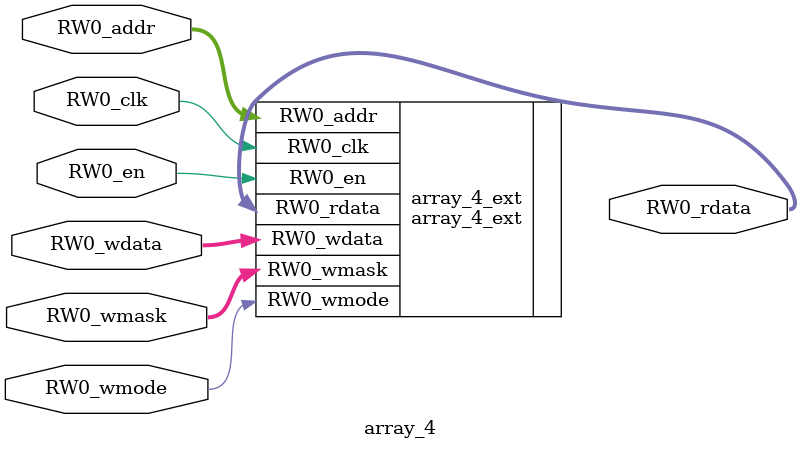
<source format=sv>
`ifndef RANDOMIZE
  `ifdef RANDOMIZE_MEM_INIT
    `define RANDOMIZE
  `endif // RANDOMIZE_MEM_INIT
`endif // not def RANDOMIZE
`ifndef RANDOMIZE
  `ifdef RANDOMIZE_REG_INIT
    `define RANDOMIZE
  `endif // RANDOMIZE_REG_INIT
`endif // not def RANDOMIZE

`ifndef RANDOM
  `define RANDOM $random
`endif // not def RANDOM

// Users can define INIT_RANDOM as general code that gets injected into the
// initializer block for modules with registers.
`ifndef INIT_RANDOM
  `define INIT_RANDOM
`endif // not def INIT_RANDOM

// If using random initialization, you can also define RANDOMIZE_DELAY to
// customize the delay used, otherwise 0.002 is used.
`ifndef RANDOMIZE_DELAY
  `define RANDOMIZE_DELAY 0.002
`endif // not def RANDOMIZE_DELAY

// Define INIT_RANDOM_PROLOG_ for use in our modules below.
`ifndef INIT_RANDOM_PROLOG_
  `ifdef RANDOMIZE
    `ifdef VERILATOR
      `define INIT_RANDOM_PROLOG_ `INIT_RANDOM
    `else  // VERILATOR
      `define INIT_RANDOM_PROLOG_ `INIT_RANDOM #`RANDOMIZE_DELAY begin end
    `endif // VERILATOR
  `else  // RANDOMIZE
    `define INIT_RANDOM_PROLOG_
  `endif // RANDOMIZE
`endif // not def INIT_RANDOM_PROLOG_

// Include register initializers in init blocks unless synthesis is set
`ifndef SYNTHESIS
  `ifndef ENABLE_INITIAL_REG_
    `define ENABLE_INITIAL_REG_
  `endif // not def ENABLE_INITIAL_REG_
`endif // not def SYNTHESIS

// Include rmemory initializers in init blocks unless synthesis is set
`ifndef SYNTHESIS
  `ifndef ENABLE_INITIAL_MEM_
    `define ENABLE_INITIAL_MEM_
  `endif // not def ENABLE_INITIAL_MEM_
`endif // not def SYNTHESIS

module array_4(	// @[utility/src/main/scala/utility/SRAMTemplate.scala:154:26]
  input  [7:0]  RW0_addr,
  input         RW0_en,
  input         RW0_clk,
  input         RW0_wmode,
  input  [15:0] RW0_wdata,
  output [15:0] RW0_rdata,
  input  [15:0] RW0_wmask
);

  array_4_ext array_4_ext (	// @[utility/src/main/scala/utility/SRAMTemplate.scala:154:26]
    .RW0_addr  (RW0_addr),
    .RW0_en    (RW0_en),
    .RW0_clk   (RW0_clk),
    .RW0_wmode (RW0_wmode),
    .RW0_wdata (RW0_wdata),
    .RW0_rdata (RW0_rdata),
    .RW0_wmask (RW0_wmask)
  );
endmodule


</source>
